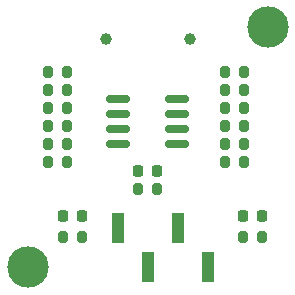
<source format=gbr>
%TF.GenerationSoftware,KiCad,Pcbnew,7.0.9*%
%TF.CreationDate,2023-12-14T21:42:17-08:00*%
%TF.ProjectId,encoder-board,656e636f-6465-4722-9d62-6f6172642e6b,rev?*%
%TF.SameCoordinates,Original*%
%TF.FileFunction,Soldermask,Top*%
%TF.FilePolarity,Negative*%
%FSLAX46Y46*%
G04 Gerber Fmt 4.6, Leading zero omitted, Abs format (unit mm)*
G04 Created by KiCad (PCBNEW 7.0.9) date 2023-12-14 21:42:17*
%MOMM*%
%LPD*%
G01*
G04 APERTURE LIST*
G04 Aperture macros list*
%AMRoundRect*
0 Rectangle with rounded corners*
0 $1 Rounding radius*
0 $2 $3 $4 $5 $6 $7 $8 $9 X,Y pos of 4 corners*
0 Add a 4 corners polygon primitive as box body*
4,1,4,$2,$3,$4,$5,$6,$7,$8,$9,$2,$3,0*
0 Add four circle primitives for the rounded corners*
1,1,$1+$1,$2,$3*
1,1,$1+$1,$4,$5*
1,1,$1+$1,$6,$7*
1,1,$1+$1,$8,$9*
0 Add four rect primitives between the rounded corners*
20,1,$1+$1,$2,$3,$4,$5,0*
20,1,$1+$1,$4,$5,$6,$7,0*
20,1,$1+$1,$6,$7,$8,$9,0*
20,1,$1+$1,$8,$9,$2,$3,0*%
G04 Aperture macros list end*
%ADD10RoundRect,0.200000X-0.200000X-0.275000X0.200000X-0.275000X0.200000X0.275000X-0.200000X0.275000X0*%
%ADD11RoundRect,0.200000X0.200000X0.275000X-0.200000X0.275000X-0.200000X-0.275000X0.200000X-0.275000X0*%
%ADD12RoundRect,0.218750X-0.218750X-0.256250X0.218750X-0.256250X0.218750X0.256250X-0.218750X0.256250X0*%
%ADD13RoundRect,0.150000X0.825000X0.150000X-0.825000X0.150000X-0.825000X-0.150000X0.825000X-0.150000X0*%
%ADD14C,1.000000*%
%ADD15C,3.500000*%
%ADD16R,1.000000X2.510000*%
%ADD17RoundRect,0.218750X0.218750X0.256250X-0.218750X0.256250X-0.218750X-0.256250X0.218750X-0.256250X0*%
G04 APERTURE END LIST*
D10*
%TO.C,R15*%
X29655000Y-33274000D03*
X31305000Y-33274000D03*
%TD*%
%TO.C,R11*%
X29655000Y-34798000D03*
X31305000Y-34798000D03*
%TD*%
D11*
%TO.C,R2*%
X31305000Y-39370000D03*
X29655000Y-39370000D03*
%TD*%
%TO.C,R13*%
X31305000Y-37846000D03*
X29655000Y-37846000D03*
%TD*%
D12*
%TO.C,D2*%
X30962500Y-43942000D03*
X32537500Y-43942000D03*
%TD*%
D10*
%TO.C,R9*%
X44641000Y-33274000D03*
X46291000Y-33274000D03*
%TD*%
D11*
%TO.C,R3*%
X46291000Y-31750000D03*
X44641000Y-31750000D03*
%TD*%
D13*
%TO.C,U3*%
X35625000Y-37846000D03*
X35625000Y-36576000D03*
X35625000Y-35306000D03*
X35625000Y-34036000D03*
X40575000Y-34036000D03*
X40575000Y-35306000D03*
X40575000Y-36576000D03*
X40575000Y-37846000D03*
%TD*%
D14*
%TO.C,TP1*%
X41656000Y-28956000D03*
%TD*%
D15*
%TO.C,H2*%
X27940000Y-48260000D03*
%TD*%
D10*
%TO.C,R10*%
X44641000Y-37846000D03*
X46291000Y-37846000D03*
%TD*%
D15*
%TO.C,H1*%
X48260000Y-27940000D03*
%TD*%
D10*
%TO.C,R6*%
X46165000Y-45720000D03*
X47815000Y-45720000D03*
%TD*%
D11*
%TO.C,R12*%
X31305000Y-36322000D03*
X29655000Y-36322000D03*
%TD*%
%TO.C,R14*%
X46291000Y-34798000D03*
X44641000Y-34798000D03*
%TD*%
%TO.C,R8*%
X46291000Y-36322000D03*
X44641000Y-36322000D03*
%TD*%
D14*
%TO.C,TP2*%
X34544000Y-28956000D03*
%TD*%
D16*
%TO.C,J1*%
X35560000Y-44958000D03*
X38100000Y-48268000D03*
X40640000Y-44958000D03*
X43180000Y-48268000D03*
%TD*%
D11*
%TO.C,R5*%
X38925000Y-41656000D03*
X37275000Y-41656000D03*
%TD*%
D17*
%TO.C,PW1*%
X38887500Y-40132000D03*
X37312500Y-40132000D03*
%TD*%
D10*
%TO.C,R4*%
X29655000Y-31750000D03*
X31305000Y-31750000D03*
%TD*%
%TO.C,R7*%
X30925000Y-45720000D03*
X32575000Y-45720000D03*
%TD*%
D12*
%TO.C,D1*%
X46202500Y-43942000D03*
X47777500Y-43942000D03*
%TD*%
D10*
%TO.C,R1*%
X44641000Y-39370000D03*
X46291000Y-39370000D03*
%TD*%
M02*

</source>
